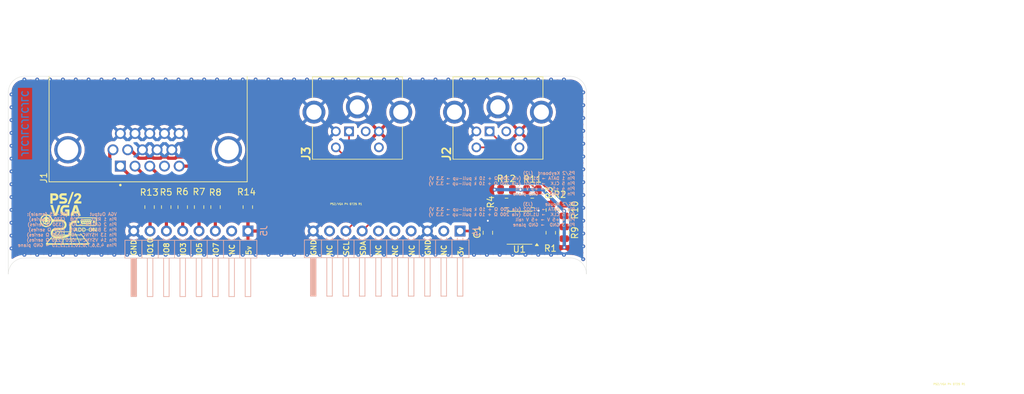
<source format=kicad_pcb>
(kicad_pcb (version 20241229) (generator "pcbnew") (generator_version "9.0")
  (layers (0 "F.Cu" signal) (2 "B.Cu" signal) (13 "F.Paste" user) (15 "B.Paste" user) (5 "F.SilkS" user "F.Silkscreen") (7 "B.SilkS" user "B.Silkscreen") (1 "F.Mask" user) (3 "B.Mask" user) (25 "Edge.Cuts" user))
  (net 0 "")
  (net 1 "+3.3V")
  (net 2 "GND")
  (net 3 "+5V")
  (net 4 "I2C2.SCL")
  (net 5 "I2C2.SDA")
  (net 10 "Net-(J1-Pad5)")
  (net 11 "Net-(J1-Pad1)")
  (net 12 "Net-(J3-Pad1)")
  (net 13 "Net-(J3-Pad5)")
  (net 14 "GREEN")
  (net 15 "BLUE")
  (net 16 "HSYNC")
  (net 17 "RED")
  (net 18 "VSYNC")
  (net 19 "Net-(U1-IO0)")
  (net 20 "Net-(U1-IO1)")
  (net 21 "Net-(U1-IO2)")
  (net 22 "Net-(U1-IO3)")
  (net 24 "Net-(J1-Pad2)")
  (net 25 "Net-(J1-Pad7)")
  (net 26 "Net-(J1-Pad3)")
  (net 27 "Net-(J1-Pad6)")
  (net 29 "Net-(J2-Pad5)")
  (net 30 "Net-(J2-Pad1)")
  (footprint "Resistor_SMD:R_0805_2012Metric" (layer "F.Cu") (at 124.45 151.2675 90)
    (property "Reference" "R1" (at -2.4375 -0.06 180) (layer "F.SilkS"))
    (property "Value" "200R")
    (pad "1" smd roundrect (at -0.9125 0 90) (size 1.025 1.4) (layers "F.Cu" "F.Mask" "F.Paste") (roundrect_rratio 0.243902) (net 19 "Net-(U1-IO0)"))
    (pad "2" smd roundrect (at 0.9125 0 90) (size 1.025 1.4) (layers "F.Cu" "F.Mask" "F.Paste") (roundrect_rratio 0.243902) (net 30 "Net-(J2-Pad1)"))
  )
  (footprint "Resistor_SMD:R_0805_2012Metric" (layer "F.Cu") (at 124.46 147.725 90)
    (property "Reference" "R2" (at 2.415 1.42 180) (layer "F.SilkS"))
    (property "Value" "200R")
    (pad "1" smd roundrect (at -0.9125 0 90) (size 1.025 1.4) (layers "F.Cu" "F.Mask" "F.Paste") (roundrect_rratio 0.243902) (net 20 "Net-(U1-IO1)"))
    (pad "2" smd roundrect (at 0.9125 0 90) (size 1.025 1.4) (layers "F.Cu" "F.Mask" "F.Paste") (roundrect_rratio 0.243902) (net 29 "Net-(J2-Pad5)"))
  )
  (footprint "Resistor_SMD:R_0805_2012Metric" (layer "F.Cu") (at 117.5575 144.56 180)
    (property "Reference" "R12" (at 0.0275 1.72 0) (layer "F.SilkS"))
    (property "Value" "10K")
    (pad "1" smd roundrect (at -0.9125 0 180) (size 1.025 1.4) (layers "F.Cu" "F.Mask" "F.Paste") (roundrect_rratio 0.243902) (net 13 "Net-(J3-Pad5)"))
    (pad "2" smd roundrect (at 0.9125 0 180) (size 1.025 1.4) (layers "F.Cu" "F.Mask" "F.Paste") (roundrect_rratio 0.243902) (net 3 "+5V"))
  )
  (footprint "JDJ_LOGO_LIB:JDJ_SMALL_2023_LOGO" (layer "F.Cu") (at 183.02559 175.7287)
    (property "Reference" "REF**" (hide yes))
    (property "Value" "JDJ_SMALL_2023_LOGO")
  )
  (footprint "Resistor_SMD:R_0805_2012Metric" (layer "F.Cu") (at 64.58 147.2675 90)
    (property "Reference" "R5" (at 2.3175 -0.02 180) (layer "F.SilkS"))
    (property "Value" "330R")
    (pad "1" smd roundrect (at -0.9125 0 90) (size 1.025 1.4) (layers "F.Cu" "F.Mask" "F.Paste") (roundrect_rratio 0.243902) (net 17 "RED"))
    (pad "2" smd roundrect (at 0.9125 0 90) (size 1.025 1.4) (layers "F.Cu" "F.Mask" "F.Paste") (roundrect_rratio 0.243902) (net 11 "Net-(J1-Pad1)"))
  )
  (footprint "AMPHENOL_L77HDE15SD1CH4FVGA:AMPHENOL_L77HDE15SD1CH4FVGA" (layer "F.Cu") (at 61.77 138.34 180)
    (property "Reference" "J1" (at 16.25 -4.37 90) (layer "F.SilkS"))
    (property "Value" "L77HDE15SD1CH4FVGA")
    (pad "1" thru_hole rect (at 4.33 -2.54 180) (size 1.695 1.695) (drill 1.13) (layers "*.Cu" "*.Mask") (net 11 "Net-(J1-Pad1)"))
    (pad "2" thru_hole circle (at 2.04 -2.54 180) (size 1.695 1.695) (drill 1.13) (layers "*.Cu" "*.Mask") (net 24 "Net-(J1-Pad2)"))
    (pad "3" thru_hole circle (at -0.25 -2.54 180) (size 1.695 1.695) (drill 1.13) (layers "*.Cu" "*.Mask") (net 26 "Net-(J1-Pad3)"))
    (pad "4" thru_hole circle (at -2.54 -2.54 180) (size 1.695 1.695) (drill 1.13) (layers "*.Cu" "*.Mask"))
    (pad "5" thru_hole circle (at -4.83 -2.54 180) (size 1.695 1.695) (drill 1.13) (layers "*.Cu" "*.Mask") (net 10 "Net-(J1-Pad5)"))
    (pad "6" thru_hole circle (at 5.475 0 180) (size 1.695 1.695) (drill 1.13) (layers "*.Cu" "*.Mask") (net 27 "Net-(J1-Pad6)"))
    (pad "7" thru_hole circle (at 3.185 0 180) (size 1.695 1.695) (drill 1.13) (layers "*.Cu" "*.Mask") (net 25 "Net-(J1-Pad7)"))
    (pad "8" thru_hole circle (at 0.895 0 180) (size 1.695 1.695) (drill 1.13) (layers "*.Cu" "*.Mask") (net 2 "GND"))
    (pad "9" thru_hole circle (at -1.395 0 180) (size 1.695 1.695) (drill 1.13) (layers "*.Cu" "*.Mask") (net 2 "GND"))
    (pad "10" thru_hole circle (at -3.685 0 180) (size 1.695 1.695) (drill 1.13) (layers "*.Cu" "*.Mask") (net 2 "GND"))
    (pad "11" thru_hole circle (at 4.33 2.54 180) (size 1.695 1.695) (drill 1.13) (layers "*.Cu" "*.Mask") (net 2 "GND"))
    (pad "12" thru_hole circle (at 2.04 2.54 180) (size 1.695 1.695) (drill 1.13) (layers "*.Cu" "*.Mask") (net 2 "GND"))
    (pad "13" thru_hole circle (at -0.25 2.54 180) (size 1.695 1.695) (drill 1.13) (layers "*.Cu" "*.Mask") (net 2 "GND"))
    (pad "14" thru_hole circle (at -2.54 2.54 180) (size 1.695 1.695) (drill 1.13) (layers "*.Cu" "*.Mask") (net 2 "GND"))
    (pad "15" thru_hole circle (at -4.83 2.54 180) (size 1.695 1.695) (drill 1.13) (layers "*.Cu" "*.Mask") (net 2 "GND"))
    (pad "SH1" thru_hole circle (at -12.495 0 180) (size 4.246 4.246) (drill 3.23) (layers "*.Cu" "*.Mask") (net 2 "GND"))
    (pad "SH2" thru_hole circle (at 12.495 0 180) (size 4.246 4.246) (drill 3.23) (layers "*.Cu" "*.Mask") (net 2 "GND"))
  )
  (footprint "Resistor_SMD:R_0805_2012Metric" (layer "F.Cu") (at 61.99 147.2675 -90)
    (property "Reference" "R13" (at -2.2975 0.05 0) (layer "F.SilkS"))
    (property "Value" "220R")
    (pad "1" smd roundrect (at -0.9125 0 270) (size 1.025 1.4) (layers "F.Cu" "F.Mask" "F.Paste") (roundrect_rratio 0.243902) (net 27 "Net-(J1-Pad6)"))
    (pad "2" smd roundrect (at 0.9125 0 270) (size 1.025 1.4) (layers "F.Cu" "F.Mask" "F.Paste") (roundrect_rratio 0.243902) (net 18 "VSYNC"))
  )
  (footprint "Resistor_SMD:R_0805_2012Metric" (layer "F.Cu") (at 126.54 147.7325 -90)
    (property "Reference" "R10" (at 0 -1.65 90) (layer "F.SilkS"))
    (property "Value" "10K")
    (pad "1" smd roundrect (at -0.9125 0 270) (size 1.025 1.4) (layers "F.Cu" "F.Mask" "F.Paste") (roundrect_rratio 0.243902) (net 29 "Net-(J2-Pad5)"))
    (pad "2" smd roundrect (at 0.9125 0 270) (size 1.025 1.4) (layers "F.Cu" "F.Mask" "F.Paste") (roundrect_rratio 0.243902) (net 3 "+5V"))
  )
  (footprint "Resistor_SMD:R_0805_2012Metric" (layer "F.Cu") (at 121.5975 144.57 180)
    (property "Reference" "R11" (at -0.0025 1.64 0) (layer "F.SilkS"))
    (property "Value" "10K")
    (pad "1" smd roundrect (at -0.9125 0 180) (size 1.025 1.4) (layers "F.Cu" "F.Mask" "F.Paste") (roundrect_rratio 0.243902) (net 12 "Net-(J3-Pad1)"))
    (pad "2" smd roundrect (at 0.9125 0 180) (size 1.025 1.4) (layers "F.Cu" "F.Mask" "F.Paste") (roundrect_rratio 0.243902) (net 3 "+5V"))
  )
  (footprint "Resistor_SMD:R_0805_2012Metric" (layer "F.Cu") (at 69.7 147.2675 90)
    (property "Reference" "R7" (at 2.3775 -0.02 0) (layer "F.SilkS"))
    (property "Value" "330R")
    (pad "1" smd roundrect (at -0.9125 0 90) (size 1.025 1.4) (layers "F.Cu" "F.Mask" "F.Paste") (roundrect_rratio 0.243902) (net 15 "BLUE"))
    (pad "2" smd roundrect (at 0.9125 0 90) (size 1.025 1.4) (layers "F.Cu" "F.Mask" "F.Paste") (roundrect_rratio 0.243902) (net 26 "Net-(J1-Pad3)"))
  )
  (footprint "JDJ_LOGO_LIB:JDJELECTRONICS_ICON" (layer "F.Cu") (at 191.38 174.68)
    (property "Reference" "REF**" (hide yes))
    (property "Value" "JDJELECTRONICS_ICON")
  )
  (footprint "Resistor_SMD:R_0805_2012Metric" (layer "F.Cu") (at 67.15 147.2675 90)
    (property "Reference" "R6" (at 2.3975 -0.07 180) (layer "F.SilkS"))
    (property "Value" "330R")
    (pad "1" smd roundrect (at -0.9125 0 90) (size 1.025 1.4) (layers "F.Cu" "F.Mask" "F.Paste") (roundrect_rratio 0.243902) (net 14 "GREEN"))
    (pad "2" smd roundrect (at 0.9125 0 90) (size 1.025 1.4) (layers "F.Cu" "F.Mask" "F.Paste") (roundrect_rratio 0.243902) (net 24 "Net-(J1-Pad2)"))
  )
  (footprint "JDJ_LOGO_LIB:JDJELECTRONICS_2023_INVERTED_LOGO" (layer "F.Cu") (at 89.43225 147.38505)
    (property "Reference" "REF**" (hide yes))
    (property "Value" "JDJELECTRONICS_2023_INVERTED_LOGO")
  )
  (footprint "Resistor_SMD:R_0805_2012Metric" (layer "F.Cu") (at 77.29 147.2675 -90)
    (property "Reference" "R14" (at -2.3475 0.21 180) (layer "F.SilkS"))
    (property "Value" "0R")
    (pad "1" smd roundrect (at -0.9125 0 270) (size 1.025 1.4) (layers "F.Cu" "F.Mask" "F.Paste") (roundrect_rratio 0.243902) (net 25 "Net-(J1-Pad7)"))
    (pad "2" smd roundrect (at 0.9125 0 270) (size 1.025 1.4) (layers "F.Cu" "F.Mask" "F.Paste") (roundrect_rratio 0.243902) (net 3 "+5V"))
  )
  (footprint "Resistor_SMD:R_0805_2012Metric" (layer "F.Cu") (at 72.26 147.2675 -90)
    (property "Reference" "R8" (at -2.2875 0.04 0) (layer "F.SilkS"))
    (property "Value" "220R")
    (pad "1" smd roundrect (at -0.9125 0 270) (size 1.025 1.4) (layers "F.Cu" "F.Mask" "F.Paste") (roundrect_rratio 0.243902) (net 10 "Net-(J1-Pad5)"))
    (pad "2" smd roundrect (at 0.9125 0 270) (size 1.025 1.4) (layers "F.Cu" "F.Mask" "F.Paste") (roundrect_rratio 0.243902) (net 16 "HSYNC"))
  )
  (footprint "Resistor_SMD:R_0805_2012Metric" (layer "F.Cu") (at 117.5575 146.61)
    (property "Reference" "R4" (at -2.4575 -0.14 90) (layer "F.SilkS"))
    (property "Value" "200R")
    (pad "1" smd roundrect (at -0.9125 0) (size 1.025 1.4) (layers "F.Cu" "F.Mask" "F.Paste") (roundrect_rratio 0.243902) (net 22 "Net-(U1-IO3)"))
    (pad "2" smd roundrect (at 0.9125 0) (size 1.025 1.4) (layers "F.Cu" "F.Mask" "F.Paste") (roundrect_rratio 0.243902) (net 13 "Net-(J3-Pad5)"))
  )
  (footprint "PS2 Logo:PS2 Logo" (layer "F.Cu") (at 49.262397 149.171634)
    (property "Reference" "G***" (hide yes))
    (property "Value" "LOGO" (hide yes))
  )
  (footprint "Resistor_SMD:R_0805_2012Metric" (layer "F.Cu") (at 126.55 151.2775 -90)
    (property "Reference" "R9" (at 0 -1.65 90) (layer "F.SilkS"))
    (property "Value" "10K")
    (pad "1" smd roundrect (at -0.9125 0 270) (size 1.025 1.4) (layers "F.Cu" "F.Mask" "F.Paste") (roundrect_rratio 0.243902) (net 30 "Net-(J2-Pad1)"))
    (pad "2" smd roundrect (at 0.9125 0 270) (size 1.025 1.4) (layers "F.Cu" "F.Mask" "F.Paste") (roundrect_rratio 0.243902) (net 3 "+5V"))
  )
  (footprint "Capacitor_SMD:C_0805_2012Metric" (layer "F.Cu") (at 114.66 151.27 -90)
    (property "Reference" "C1" (at -0.07 1.67 90) (layer "F.SilkS"))
    (property "Value" "100nF")
    (pad "1" smd roundrect (at -0.95 0 270) (size 1 1.45) (layers "F.Cu" "F.Mask" "F.Paste") (net 2 "GND"))
    (pad "2" smd roundrect (at 0.95 0 270) (size 1 1.45) (layers "F.Cu" "F.Mask" "F.Paste") (net 1 "+3.3V"))
  )
  (footprint "Package_SO:SOIC-8_3.9x4.9mm_P1.27mm" (layer "F.Cu") (at 119.58 150.495 180)
    (property "Reference" "U1" (at 0.02 -3.355 0) (layer "F.SilkS"))
    (property "Value" "PCA9536D")
    (pad "1" smd roundrect (at -2.475 -1.905 180) (size 1.95 0.6) (layers "F.Cu" "F.Mask" "F.Paste") (net 19 "Net-(U1-IO0)"))
    (pad "2" smd roundrect (at -2.475 -0.635 180) (size 1.95 0.6) (layers "F.Cu" "F.Mask" "F.Paste") (net 20 "Net-(U1-IO1)"))
    (pad "3" smd roundrect (at -2.475 0.635 180) (size 1.95 0.6) (layers "F.Cu" "F.Mask" "F.Paste") (net 21 "Net-(U1-IO2)"))
    (pad "4" smd roundrect (at -2.475 1.905 180) (size 1.95 0.6) (layers "F.Cu" "F.Mask" "F.Paste") (net 2 "GND"))
    (pad "5" smd roundrect (at 2.475 1.905 180) (size 1.95 0.6) (layers "F.Cu" "F.Mask" "F.Paste") (net 22 "Net-(U1-IO3)"))
    (pad "6" smd roundrect (at 2.475 0.635 180) (size 1.95 0.6) (layers "F.Cu" "F.Mask" "F.Paste") (net 4 "I2C2.SCL"))
    (pad "7" smd roundrect (at 2.475 -0.635 180) (size 1.95 0.6) (layers "F.Cu" "F.Mask" "F.Paste") (net 5 "I2C2.SDA"))
    (pad "8" smd roundrect (at 2.475 -1.905 180) (size 1.95 0.6) (layers "F.Cu" "F.Mask" "F.Paste") (net 1 "+3.3V"))
  )
  (footprint "57492661:57492661" (layer "F.Cu") (at 114.92 135.47 180)
    (property "Reference" "J2" (at 6.69 -3.5 270) (layer "F.SilkS") (effects (font (size 1.27 1.27) (thickness 0.254))))
    (property "Value" "5749266-1" (hide yes))
    (pad "1" thru_hole rect (at 0 0 180) (size 1.509 1.509) (drill 0.97) (layers "*.Cu" "*.Mask") (net 30 "Net-(J2-Pad1)"))
    (pad "2" thru_hole circle (at -2.6 0 180) (size 1.509 1.509) (drill 0.97) (layers "*.Cu" "*.Mask"))
    (pad "3" thru_hole circle (at 2.05 0 180) (size 1.509 1.509) (drill 0.97) (layers "*.Cu" "*.Mask") (net 2 "GND"))
    (pad "4" thru_hole circle (at -4.65 0 180) (size 1.509 1.509) (drill 0.97) (layers "*.Cu" "*.Mask") (net 3 "+5V"))
    (pad "5" thru_hole circle (at 2.05 -2.49 180) (size 1.509 1.509) (drill 0.97) (layers "*.Cu" "*.Mask") (net 29 "Net-(J2-Pad5)"))
    (pad "6" thru_hole circle (at -4.65 -2.49 180) (size 1.509 1.509) (drill 0.97) (layers "*.Cu" "*.Mask"))
    (pad "MH1" thru_hole circle (at -1.3 3.81 180) (size 3.555 3.555) (drill 2.37) (layers "*.Cu" "*.Mask") (net 2 "GND"))
    (pad "MH2" thru_hole circle (at -8.06 3 180) (size 3.555 3.555) (drill 2.37) (layers "*.Cu" "*.Mask") (net 2 "GND"))
    (pad "MH3" thru_hole circle (at 5.46 3 180) (size 3.555 3.555) (drill 2.37) (layers "*.Cu" "*.Mask") (net 2 "GND"))
  )
  (footprint "57492661:57492661" (layer "F.Cu") (at 93.04 135.47 180)
    (property "Reference" "J3" (at 6.68 -3.48 90) (layer "F.SilkS") (effects (font (size 1.27 1.27) (thickness 0.254))))
    (property "Value" "5749266-1" (hide yes))
    (pad "1" thru_hole rect (at 0 0 180) (size 1.509 1.509) (drill 0.97) (layers "*.Cu" "*.Mask") (net 12 "Net-(J3-Pad1)"))
    (pad "2" thru_hole circle (at -2.6 0 180) (size 1.509 1.509) (drill 0.97) (layers "*.Cu" "*.Mask"))
    (pad "3" thru_hole circle (at 2.05 0 180) (size 1.509 1.509) (drill 0.97) (layers "*.Cu" "*.Mask") (net 2 "GND"))
    (pad "4" thru_hole circle (at -4.65 0 180) (size 1.509 1.509) (drill 0.97) (layers "*.Cu" "*.Mask") (net 3 "+5V"))
    (pad "5" thru_hole circle (at 2.05 -2.49 180) (size 1.509 1.509) (drill 0.97) (layers "*.Cu" "*.Mask") (net 13 "Net-(J3-Pad5)"))
    (pad "6" thru_hole circle (at -4.65 -2.49 180) (size 1.509 1.509) (drill 0.97) (layers "*.Cu" "*.Mask"))
    (pad "MH1" thru_hole circle (at -1.3 3.81 180) (size 3.555 3.555) (drill 2.37) (layers "*.Cu" "*.Mask") (net 2 "GND"))
    (pad "MH2" thru_hole circle (at -8.06 3 180) (size 3.555 3.555) (drill 2.37) (layers "*.Cu" "*.Mask") (net 2 "GND"))
    (pad "MH3" thru_hole circle (at 5.46 3 180) (size 3.555 3.555) (drill 2.37) (layers "*.Cu" "*.Mask") (net 2 "GND"))
  )
  (footprint "Connector_PinHeader_2.54mm:PinHeader_1x10_P2.54mm_Horizontal" (layer "F.Cu") (at 98.9 155.21 -90)
    (property "Reference" "J4" (at -4.18 -13.92 90) (layer "B.SilkS") (effects (justify mirror)))
    (property "Value" "Conn_01x10_Pin")
    (pad "1" thru_hole rect (at -4.21 -11.43 270) (size 1.7 1.7) (drill 1) (layers "*.Cu" "*.Mask") (net 1 "+3.3V"))
    (pad "2" thru_hole circle (at -4.21 -8.89 270) (size 1.7 1.7) (drill 1) (layers "*.Cu" "*.Mask"))
    (pad "3" thru_hole circle (at -4.21 -6.35 270) (size 1.7 1.7) (drill 1) (layers "*.Cu" "*.Mask") (net 2 "GND"))
    (pad "4" thru_hole circle (at -4.21 -3.81 270) (size 1.7 1.7) (drill 1) (layers "*.Cu" "*.Mask"))
    (pad "5" thru_hole circle (at -4.21 -1.27 270) (size 1.7 1.7) (drill 1) (layers "*.Cu" "*.Mask"))
    (pad "6" thru_hole circle (at -4.21 1.27 270) (size 1.7 1.7) (drill 1) (layers "*.Cu" "*.Mask"))
    (pad "7" thru_hole circle (at -4.21 3.81 270) (size 1.7 1.7) (drill 1) (layers "*.Cu" "*.Mask") (net 5 "I2C2.SDA"))
    (pad "8" thru_hole circle (at -4.21 6.35 270) (size 1.7 1.7) (drill 1) (layers "*.Cu" "*.Mask") (net 4 "I2C2.SCL"))
    (pad "9" thru_hole circle (at -4.21 8.89 270) (size 1.7 1.7) (drill 1) (layers "*.Cu" "*.Mask"))
    (pad "10" thru_hole circle (at -4.21 11.43 270) (size 1.7 1.7) (drill 1) (layers "*.Cu" "*.Mask") (net 2 "GND"))
  )
  (footprint "Connector_PinHeader_2.54mm:PinHeader_1x08_P2.54mm_Horizontal" (layer "F.Cu") (at 68.42 155.21 -90)
    (property "Reference" "J5" (at -4.24 -11.38 90) (layer "B.SilkS") (effects (justify mirror)))
    (property "Value" "Conn_01x08_Pin")
    (pad "1" thru_hole rect (at -4.21 -8.89 270) (size 1.7 1.7) (drill 1) (layers "*.Cu" "*.Mask") (net 3 "+5V"))
    (pad "2" thru_hole circle (at -4.21 -6.35 270) (size 1.7 1.7) (drill 1) (layers "*.Cu" "*.Mask"))
    (pad "3" thru_hole circle (at -4.21 -3.81 270) (size 1.7 1.7) (drill 1) (layers "*.Cu" "*.Mask") (net 16 "HSYNC"))
    (pad "4" thru_hole circle (at -4.21 -1.27 270) (size 1.7 1.7) (drill 1) (layers "*.Cu" "*.Mask") (net 15 "BLUE"))
    (pad "5" thru_hole circle (at -4.21 1.27 270) (size 1.7 1.7) (drill 1) (layers "*.Cu" "*.Mask") (net 14 "GREEN"))
    (pad "6" thru_hole circle (at -4.21 3.81 270) (size 1.7 1.7) (drill 1) (layers "*.Cu" "*.Mask") (net 17 "RED"))
    (pad "7" thru_hole circle (at -4.21 6.35 270) (size 1.7 1.7) (drill 1) (layers "*.Cu" "*.Mask") (net 18 "VSYNC"))
    (pad "8" thru_hole circle (at -4.21 8.89 270) (size 1.7 1.7) (drill 1) (layers "*.Cu" "*.Mask") (net 2 "GND"))
  )
  (footprint "Resistor_SMD:R_0805_2012Metric" (layer "F.Cu") (at 121.57 146.61)
    (property "Reference" "R3" (at 2.62 -1.58 90) (layer "F.SilkS"))
    (property "Value" "200R")
    (pad "1" smd roundrect (at -0.9125 0) (size 1.025 1.4) (layers "F.Cu" "F.Mask" "F.Paste") (roundrect_rratio 0.243902) (net 21 "Net-(U1-IO2)"))
    (pad "2" smd roundrect (at 0.9125 0) (size 1.025 1.4) (layers "F.Cu" "F.Mask" "F.Paste") (roundrect_rratio 0.243902) (net 12 "Net-(J3-Pad1)"))
  )
  (gr_arc (start 127.5 155.21) (mid 129.267767 155.942233) (end 130 157.71) (stroke (width 0.05)) (layer "Edge.Cuts"))
  (gr_arc (start 127.502233 126.89) (mid 129.268421 127.621579) (end 130 129.387767) (stroke (width 0.05)) (layer "Edge.Cuts"))
  (gr_line (start 42.5 155.21) (end 127.5 155.21) (stroke (width 0.05)) (layer "Edge.Cuts"))
  (gr_line (start 130 129.38777) (end 130 157.71) (stroke (width 0.05)) (layer "Edge.Cuts"))
  (gr_line (start 42.499991 126.89) (end 127.502233 126.89) (stroke (width 0.05)) (layer "Edge.Cuts"))
  (gr_line (start 40 157.71) (end 40 129.387766) (stroke (width 0.05)) (layer "Edge.Cuts"))
  (gr_arc (start 40 129.387766) (mid 40.732365 127.620792) (end 42.499991 126.89) (stroke (width 0.05)) (layer "Edge.Cuts"))
  (gr_arc (start 40 157.71) (mid 40.732233 155.942233) (end 42.5 155.21) (stroke (width 0.05)) (layer "Edge.Cuts"))
  (gr_text "JLCJLCJLCJLC" (at 41.97 139.51 270) (layer "B.Cu") (effects (font (size 1 1) (thickness 0.2) (bold yes)) (justify left bottom mirror)))
  (gr_text "3v" (at 110.9 154.91 90) (layer "F.SilkS") (effects (font (size 0.8 0.8) (thickness 0.16) (bold yes)) (justify left bottom)))
  (gr_text "NC" (at 98.1 154.91 90) (layer "F.SilkS") (effects (font (size 0.8 0.8) (thickness 0.16) (bold yes)) (justify left bottom)))
  (gr_text "GND" (at 105.8 154.91 90) (layer "F.SilkS") (effects (font (size 0.8 0.8) (thickness 0.16) (bold yes)) (justify left bottom)))
  (gr_text "IO10" (at 62.58 154.94 90) (layer "F.SilkS") (effects (font (size 0.8 0.8) (thickness 0.16) (bold yes)) (justify left bottom)))
  (gr_text "5v" (at 77.9 154.81 90) (layer "F.SilkS") (effects (font (size 0.8 0.8) (thickness 0.16) (bold yes)) (justify left bottom)))
  (gr_text "IO7" (at 72.8 154.91 90) (layer "F.SilkS") (effects (font (size 0.8 0.8) (thickness 0.16) (bold yes)) (justify left bottom)))
  (gr_text "NC" (at 108.3 154.91 90) (layer "F.SilkS") (effects (font (size 0.8 0.8) (thickness 0.16) (bold yes)) (justify left bottom)))
  (gr_text "PS2/VGA P4 0725 R1" (at 183.95 175.04 0) (layer "F.SilkS") (effects (font (size 0.3 0.3) (thickness 0.06) (bold yes)) (justify left bottom)))
  (gr_text "SCL\n" (at 93.1 154.91 90) (layer "F.SilkS") (effects (font (size 0.8 0.8) (thickness 0.16) (bold yes)) (justify left bottom)))
  (gr_text "SDA" (at 95.7 154.91 90) (layer "F.SilkS") (effects (font (size 0.8 0.8) (thickness 0.16) (bold yes)) (justify left bottom)))
  (gr_text "NC" (at 75.3 154.81 90) (layer "F.SilkS") (effects (font (size 0.8 0.8) (thickness 0.16) (bold yes)) (justify left bottom)))
  (gr_text "PS2/VGA P4 0725 R1" (at 90.05 146.96 0) (layer "F.SilkS") (effects (font (size 0.3 0.3) (thickness 0.06) (bold yes)) (justify left bottom)))
  (gr_text "NC" (at 90.5 154.91 90) (layer "F.SilkS") (effects (font (size 0.8 0.8) (thickness 0.16) (bold yes)) (justify left bottom)))
  (gr_text "GND" (at 88 154.91 90) (layer "F.SilkS") (effects (font (size 0.8 0.8) (thickness 0.16) (bold yes)) (justify left bottom)))
  (gr_text "NC" (at 100.7 154.91 90) (layer "F.SilkS") (effects (font (size 0.8 0.8) (thickness 0.16) (bold yes)) (justify left bottom)))
  (gr_text "IO5" (at 70.2 154.91 90) (layer "F.SilkS") (effects (font (size 0.8 0.8) (thickness 0.16) (bold yes)) (justify left bottom)))
  (gr_text "IO8" (at 65.1 154.91 90) (layer "F.SilkS") (effects (font (size 0.8 0.8) (thickness 0.16) (bold yes)) (justify left bottom)))
  (gr_text "IO3" (at 67.7 154.91 90) (layer "F.SilkS") (effects (font (size 0.8 0.8) (thickness 0.16) (bold yes)) (justify left bottom)))
  (gr_text "NC" (at 103.3 154.91 90) (layer "F.SilkS") (effects (font (size 0.8 0.8) (thickness 0.16) (bold yes)) (justify left bottom)))
  (gr_text "GND" (at 60 154.91 90) (layer "F.SilkS") (effects (font (size 0.8 0.8) (thickness 0.16) (bold yes)) (justify left bottom)))
  (gr_text "  VGA Output    (J1) (DE-15 female):  \n  Pin 1 RED   → IO8  (330 Ω series)  \n  Pin 2 GREEN → IO3  (330 Ω series)  \n  Pin 3 BLUE  → IO5  (330 Ω series)  \n  Pin 13 HSYNC→ IO7  (220 Ω series)  \n  Pin 14 VSYNC→ IO10 (220 Ω series)  \n  Pins 4,5,6,7,8,10,11,12,15 → GND plane  " (at 57.71 153.5 0) (layer "B.SilkS") (effects (font (size 0.5 0.5) (thickness 0.1) (bold yes)) (justify left bottom mirror)))
  (gr_text "  PS/2 Keyboard  (J2) \n  Pin 1 DATA → U1.IO0 (via 200 Ω + 10 k pull-up → 3.3 V)  \n  Pin 5 CLK  → U1.IO1 (via 200 Ω + 10 k pull-up → 3.3 V)  \n  Pin 4 +5 V → +5 V rail  \n  Pin 3 GND  → GND plane  \n\n  PS/2 Mouse     (J3)  \n  Pin 1 DATA → U1.IO2 (via 200 Ω + 10 k pull-up → 3.3 V)  \n  Pin 5 CLK  → U1.IO3 (via 200 Ω + 10 k pull-up → 3.3 V)  \n  Pin 4 +5 V → +5 V rail  \n  Pin 3 GND  → GND plane  \n\n\n\n" (at 129.05 152.74 0) (layer "B.SilkS") (effects (font (size 0.5 0.5) (thickness 0.1) (bold yes)) (justify left bottom mirror)))
  (segment (start 114.84 152.4) (end 114.66 152.22) (width 0.4) (layer "F.Cu") (net 1))
  (segment (start 113.11 152.22) (end 111.89 151) (width 0.4) (layer "F.Cu") (net 1))
  (segment (start 111.89 151) (end 110.33 151) (width 0.4) (layer "F.Cu") (net 1))
  (segment (start 114.66 152.22) (end 113.11 152.22) (width 0.4) (layer "F.Cu") (net 1))
  (segment (start 117.105 152.4) (end 114.84 152.4) (width 0.4) (layer "F.Cu") (net 1))
  (segment (start 114.65 150.31) (end 114.66 150.32) (width 0.5) (layer "F.Cu") (net 2))
  (segment (start 114.65 149.4) (end 114.65 150.31) (width 0.5) (layer "F.Cu") (net 2))
  (segment (start 122.055 148.59) (end 122.055 148.335) (width 0.2) (layer "F.Cu") (net 2))
  (segment (start 122.055 148.335) (end 122.56 147.83) (width 0.2) (layer "F.Cu") (net 2))
  (via (at 88.5 154.71) (size 0.6) (drill 0.2) (layers "F.Cu" "B.Cu") (net 2))
  (via (at 40.5 129.71) (size 0.6) (drill 0.2) (layers "F.Cu" "B.Cu") (net 2))
  (via (at 76.5 154.71) (size 0.6) (drill 0.2) (layers "F.Cu" "B.Cu") (net 2))
  (via (at 129.5 145.38777) (size 0.6) (drill 0.2) (layers "F.Cu" "B.Cu") (net 2))
  (via (at 112.499991 127.39) (size 0.6) (drill 0.2) (layers "F.Cu" "B.Cu") (net 2))
  (via (at 80.5 154.71) (size 0.6) (drill 0.2) (layers "F.Cu" "B.Cu") (net 2))
  (via (at 42.5 154.71) (size 0.6) (drill 0.2) (layers "F.Cu" "B.Cu") (net 2))
  (via (at 62.499991 127.39) (size 0.6) (drill 0.2) (layers "F.Cu" "B.Cu") (net 2))
  (via (at 96.5 154.71) (size 0.6) (drill 0.2) (layers "F.Cu" "B.Cu") (net 2))
  (via (at 104.499991 127.39) (size 0.6) (drill 0.2) (layers "F.Cu" "B.Cu") (net 2))
  (via (at 120.499991 127.39) (size 0.6) (drill 0.2) (layers "F.Cu" "B.Cu") (net 2))
  (via (at 129.5 135.38777) (size 0.6) (drill 0.2) (layers "F.Cu" "B.Cu") (net 2))
  (via (at 82.5 154.71) (size 0.6) (drill 0.2) (layers "F.Cu" "B.Cu") (net 2))
  (via (at 74.499991 127.39) (size 0.6) (drill 0.2) (layers "F.Cu" "B.Cu") (net 2))
  (via (at 54.499991 127.39) (size 0.6) (drill 0.2) (layers "F.Cu" "B.Cu") (net 2))
  (via (at 46.499991 127.39) (size 0.6) (drill 0.2) (layers "F.Cu" "B.Cu") (net 2))
  (via (at 66.499991 127.39) (size 0.6) (drill 0.2) (layers "F.Cu" "B.Cu") (net 2))
  (via (at 48.499991 127.39) (size 0.6) (drill 0.2) (layers "F.Cu" "B.Cu") (net 2))
  (via (at 68.499991 127.39) (size 0.6) (drill 0.2) (layers "F.Cu" "B.Cu") (net 2))
  (via (at 92.5 154.71) (size 0.6) (drill 0.2) (layers "F.Cu" "B.Cu") (net 2))
  (via (at 82.499991 127.39) (size 0.6) (drill 0.2) (layers "F.Cu" "B.Cu") (net 2))
  (via (at 62.5 154.71) (size 0.6) (drill 0.2) (layers "F.Cu" "B.Cu") (net 2))
  (via (at 40.5 153.71) (size 0.6) (drill 0.2) (layers "F.Cu" "B.Cu") (net 2))
  (via (at 40.5 131.71) (size 0.6) (drill 0.2) (layers "F.Cu" "B.Cu") (net 2))
  (via (at 124.5 154.71) (size 0.6) (drill 0.2) (layers "F.Cu" "B.Cu") (net 2))
  (via (at 60.499991 127.39) (size 0.6) (drill 0.2) (layers "F.Cu" "B.Cu") (net 2))
  (via (at 129.5 151.38777) (size 0.6) (drill 0.2) (layers "F.Cu" "B.Cu") (net 2))
  (via (at 118.499991 127.39) (size 0.6) (drill 0.2) (layers "F.Cu" "B.Cu") (net 2))
  (via (at 50.5 154.71) (size 0.6) (drill 0.2) (layers "F.Cu" "B.Cu") (net 2))
  (via (at 58.5 154.71) (size 0.6) (drill 0.2) (layers "F.Cu" "B.Cu") (net 2))
  (via (at 78.5 154.71) (size 0.6) (drill 0.2) (layers "F.Cu" "B.Cu") (net 2))
  (via (at 122.56 147.83) (size 0.6) (drill 0.3) (layers "F.Cu" "B.Cu") (net 2))
  (via (at 52.5 154.71) (size 0.6) (drill 0.2) (layers "F.Cu" "B.Cu") (net 2))
  (via (at 104.5 154.71) (size 0.6) (drill 0.2) (layers "F.Cu" "B.Cu") (net 2))
  (via (at 129.5 139.38777) (size 0.6) (drill 0.2) (layers "F.Cu" "B.Cu") (net 2))
  (via (at 102.5 154.71) (size 0.6) (drill 0.2) (layers "F.Cu" "B.Cu") (net 2))
  (via (at 129.5 129.38777) (size 0.6) (drill 0.2) (layers "F.Cu" "B.Cu") (net 2))
  (via (at 86.5 154.71) (size 0.6) (drill 0.2) (layers "F.Cu" "B.Cu") (net 2))
  (via (at 110.499991 127.39) (size 0.6) (drill 0.2) (layers "F.Cu" "B.Cu") (net 2))
  (via (at 64.499991 127.39) (size 0.6) (drill 0.2) (layers "F.Cu" "B.Cu") (net 2))
  (via (at 118.5 154.71) (size 0.6) (drill 0.2) (layers "F.Cu" "B.Cu") (net 2))
  (via (at 90.499991 127.39) (size 0.6) (drill 0.2) (layers "F.Cu" "B.Cu") (net 2))
  (via (at 44.5 154.71) (size 0.6) (drill 0.2) (layers "F.Cu" "B.Cu") (net 2))
  (via (at 48.5 154.71) (size 0.6) (drill 0.2) (layers "F.Cu" "B.Cu") (net 2))
  (via (at 50.499991 127.39) (size 0.6) (drill 0.2) (layers "F.Cu" "B.Cu") (net 2))
  (via (at 129.5 133.38777) (size 0.6) (drill 0.2) (layers "F.Cu" "B.Cu") (net 2))
  (via (at 129.5 143.38777) (size 0.6) (drill 0.2) (layers "F.Cu" "B.Cu") (net 2))
  (via (at 94.5 154.71) (size 0.6) (drill 0.2) (layers "F.Cu" "B.Cu") (net 2))
  (via (at 84.5 154.71) (size 0.6) (drill 0.2) (layers "F.Cu" "B.Cu") (net 2))
  (via (at 68.5 154.71) (size 0.6) (drill 0.2) (layers "F.Cu" "B.Cu") (net 2))
  (via (at 52.499991 127.39) (size 0.6) (drill 0.2) (layers "F.Cu" "B.Cu") (net 2))
  (via (at 70.5 154.71) (size 0.6) (drill 0.2) (layers "F.Cu" "B.Cu") (net 2))
  (via (at 40.5 147.71) (size 0.6) (drill 0.2) (layers "F.Cu" "B.Cu") (net 2))
  (via (at 114.5 154.71) (size 0.6) (drill 0.2) (layers "F.Cu" "B.Cu") (net 2))
  (via (at 40.5 143.71) (size 0.6) (drill 0.2) (layers "F.Cu" "B.Cu") (net 2))
  (via (at 116.499991 127.39) (size 0.6) (drill 0.2) (layers "F.Cu" "B.Cu") (net 2))
  (via (at 129.5 141.38777) (size 0.6) (drill 0.2) (layers "F.Cu" "B.Cu") (net 2))
  (via (at 114.65 149.4) (size 0.6) (drill 0.3) (layers "F.Cu" "B.Cu") (net 2))
  (via (at 94.499991 127.39) (size 0.6) (drill 0.2) (layers "F.Cu" "B.Cu") (net 2))
  (via (at 42.499991 127.39) (size 0.6) (drill 0.2) (layers "F.Cu" "B.Cu") (net 2))
  (via (at 70.499991 127.39) (size 0.6) (drill 0.2) (layers "F.Cu" "B.Cu") (net 2))
  (via (at 126.499991 127.39) (size 0.6) (drill 0.2) (layers "F.Cu" "B.Cu") (net 2))
  (via (at 108.499991 127.39) (size 0.6) (drill 0.2) (layers "F.Cu" "B.Cu") (net 2))
  (via (at 40.5 149.71) (size 0.6) (drill 0.2) (layers "F.Cu" "B.Cu") (net 2))
  (via (at 40.5 141.71) (size 0.6) (drill 0.2) (layers "F.Cu" "B.Cu") (net 2))
  (via (at 122.5 154.71) (size 0.6) (drill 0.2) (layers "F.Cu" "B.Cu") (net 2))
  (via (at 44.499991 127.39) (size 0.6) (drill 0.2) (layers "F.Cu" "B.Cu") (net 2))
  (via (at 78.499991 127.39) (size 0.6) (drill 0.2) (layers "F.Cu" "B.Cu") (net 2))
  (via (at 56.5 154.71) (size 0.6) (drill 0.2) (layers "F.Cu" "B.Cu") (net 2))
  (via (at 56.499991 127.39) (size 0.6) (drill 0.2) (layers "F.Cu" "B.Cu") (net 2))
  (via (at 100.499991 127.39) (size 0.6) (drill 0.2) (layers "F.Cu" "B.Cu") (net 2))
  (via (at 129.5 155.38777) (size 0.6) (drill 0.2) (layers "F.Cu" "B.Cu") (net 2))
  (via (at 58.499991 127.39) (size 0.6) (drill 0.2) (layers "F.Cu" "B.Cu") (net 2))
  (via (at 40.5 133.71) (size 0.6) (drill 0.2) (layers "F.Cu" "B.Cu") (net 2))
  (via (at 76.499991 127.39) (size 0.6) (drill 0.2) (layers "F.Cu" "B.Cu") (net 2))
  (via (at 64.5 154.71) (size 0.6) (drill 0.2) (layers "F.Cu" "B.Cu") (net 2))
  (via (at 86.499991 127.39) (size 0.6) (drill 0.2) (layers "F.Cu" "B.Cu") (net 2))
  (via (at 84.499991 127.39) (size 0.6) (drill 0.2) (layers "F.Cu" "B.Cu") (net 2))
  (via (at 40.5 137.71) (size 0.6) (drill 0.2) (layers "F.Cu" "B.Cu") (net 2))
  (via (at 40.5 139.71) (size 0.6) (drill 0.2) (layers "F.Cu" "B.Cu") (net 2))
  (via (at 90.5 154.71) (size 0.6) (drill 0.2) (layers "F.Cu" "B.Cu") (net 2))
  (via (at 129.5 137.38777) (size 0.6) (drill 0.2) (layers "F.Cu" "B.Cu") (net 2))
  (via (at 54.5 154.71) (size 0.6) (drill 0.2) (layers "F.Cu" "B.Cu") (net 2))
  (via (at 40.5 151.71) (size 0.6) (drill 0.2) (layers "F.Cu" "B.Cu") (net 2))
  (via (at 40.5 135.71) (size 0.6) (drill 0.2) (layers "F.Cu" "B.Cu") (net 2))
  (via (at 96.499991 127.39) (size 0.6) (drill 0.2) (layers "F.Cu" "B.Cu") (net 2))
  (via (at 106.499991 127.39) (size 0.6) (drill 0.2) (layers "F.Cu" "B.Cu") (net 2))
  (via (at 92.499991 127.39) (size 0.6) (drill 0.2) (layers "F.Cu" "B.Cu") (net 2))
  (via (at 114.499991 127.39) (size 0.6) (drill 0.2) (layers "F.Cu" "B.Cu") (net 2))
  (via (at 74.5 154.71) (size 0.6) (drill 0.2) (layers "F.Cu" "B.Cu") (net 2))
  (via (at 102.499991 127.39) (size 0.6) (drill 0.2) (layers "F.Cu" "B.Cu") (net 2))
  (via (at 66.5 154.71) (size 0.6) (drill 0.2) (layers "F.Cu" "B.Cu") (net 2))
  (via (at 60.5 154.71) (size 0.6) (drill 0.2) (layers "F.Cu" "B.Cu") (net 2))
  (via (at 129.5 149.38777) (size 0.6) (drill 0.2) (layers "F.Cu" "B.Cu") (net 2))
  (via (at 80.499991 127.39) (size 0.6) (drill 0.2) (layers "F.Cu" "B.Cu") (net 2))
  (via (at 72.5 154.71) (size 0.6) (drill 0.2) (layers "F.Cu" "B.Cu") (net 2))
  (via (at 129.5 147.38777) (size 0.6) (drill 0.2) (layers "F.Cu" "B.Cu") (net 2))
  (via (at 72.499991 127.39) (size 0.6) (drill 0.2) (layers "F.Cu" "B.Cu") (net 2))
  (via (at 40.5 145.71) (size 0.6) (drill 0.2) (layers "F.Cu" "B.Cu") (net 2))
  (via (at 100.5 154.71) (size 0.6) (drill 0.2) (layers "F.Cu" "B.Cu") (net 2))
  (via (at 120.5 154.71) (size 0.6) (drill 0.2) (layers "F.Cu" "B.Cu") (net 2))
  (via (at 46.5 154.71) (size 0.6) (drill 0.2) (layers "F.Cu" "B.Cu") (net 2))
  (via (at 98.499991 127.39) (size 0.6) (drill 0.2) (layers "F.Cu" "B.Cu") (net 2))
  (via (at 126.5 154.71) (size 0.6) (drill 0.2) (layers "F.Cu" "B.Cu") (net 2))
  (via (at 129.5 131.38777) (size 0.6) (drill 0.2) (layers "F.Cu" "B.Cu") (net 2))
  (via (at 108.5 154.71) (size 0.6) (drill 0.2) (layers "F.Cu" "B.Cu") (net 2))
  (via (at 116.5 154.71) (size 0.6) (drill 0.2) (layers "F.Cu" "B.Cu") (net 2))
  (via (at 124.499991 127.39) (size 0.6) (drill 0.2) (layers "F.Cu" "B.Cu") (net 2))
  (via (at 88.499991 127.39) (size 0.6) (drill 0.2) (layers "F.Cu" "B.Cu") (net 2))
  (via (at 129.5 153.38777) (size 0.6) (drill 0.2) (layers "F.Cu" "B.Cu") (net 2))
  (via (at 110.5 154.71) (size 0.6) (drill 0.2) (layers "F.Cu" "B.Cu") (net 2))
  (via (at 122.499991 127.39) (size 0.6) (drill 0.2) (layers "F.Cu" "B.Cu") (net 2))
  (via (at 106.5 154.71) (size 0.6) (drill 0.2) (layers "F.Cu" "B.Cu") (net 2))
  (via (at 98.5 154.71) (size 0.6) (drill 0.2) (layers "F.Cu" "B.Cu") (net 2))
  (via (at 112.5 154.71) (size 0.6) (drill 0.2) (layers "F.Cu" "B.Cu") (net 2))
  (segment (start 120.685 144.57) (end 119.75 144.57) (width 0.5) (layer "F.Cu") (net 3))
  (segment (start 119.75 144.57) (end 119.74 144.56) (width 0.5) (layer "F.Cu") (net 3))
  (segment (start 77.31 151) (end 77.31 148.2) (width 0.5) (layer "F.Cu") (net 3))
  (segment (start 126.55 152.19) (end 126.55 153.54) (width 0.5) (layer "F.Cu") (net 3))
  (segment (start 126.54 147.89) (end 126.54 148.645) (width 0.5) (layer "F.Cu") (net 3))
  (segment (start 77.31 148.2) (end 77.29 148.18) (width 0.5) (layer "F.Cu") (net 3))
  (via (at 126.55 153.54) (size 0.6) (drill 0.3) (layers "F.Cu" "B.Cu") (net 3))
  (via (at 126.54 147.89) (size 0.6) (drill 0.3) (layers "F.Cu" "B.Cu") (net 3))
  (via (at 119.74 144.56) (size 0.6) (drill 0.3) (layers "F.Cu" "B.Cu") (net 3))
  (via (at 115.7 144.55) (size 0.6) (drill 0.3) (layers "F.Cu" "B.Cu") (net 3))
  (segment (start 126.55 153.54) (end 126.55 147.9) (width 0.5) (layer "B.Cu") (net 3))
  (segment (start 119.74 144.56) (end 115.71 144.56) (width 0.5) (layer "B.Cu") (net 3))
  (segment (start 126.55 147.9) (end 126.54 147.89) (width 0.5) (layer "B.Cu") (net 3))
  (segment (start 115.71 144.56) (end 115.7 144.55) (width 0.5) (layer "B.Cu") (net 3))
  (segment (start 126.54 147.89) (end 123.21 144.56) (width 0.5) (layer "B.Cu") (net 3))
  (segment (start 123.21 144.56) (end 119.74 144.56) (width 0.5) (layer "B.Cu") (net 3))
  (segment (start 95.39 148.16) (end 92.55 151) (width 0.25) (layer "F.Cu") (net 4))
  (segment (start 116.130001 149.86) (end 114.430001 148.16) (width 0.25) (layer "F.Cu") (net 4))
  (segment (start 117.105 149.86) (end 116.130001 149.86) (width 0.25) (layer "F.Cu") (net 4))
  (segment (start 114.430001 148.16) (end 95.39 148.16) (width 0.25) (layer "F.Cu") (net 4))
  (segment (start 117.005 151.23) (end 117.105 151.13) (width 0.25) (layer "F.Cu") (net 5))
  (segment (start 95.09 151) (end 96.95 149.14) (width 0.25) (layer "F.Cu") (net 5))
  (segment (start 111.6 149.14) (end 113.69 151.23) (width 0.25) (layer "F.Cu") (net 5))
  (segment (start 96.95 149.14) (end 111.6 149.14) (width 0.25) (layer "F.Cu") (net 5))
  (segment (start 113.69 151.23) (end 117.005 151.23) (width 0.25) (layer "F.Cu") (net 5))
  (segment (start 69.566077 141.794096) (end 69.744268 141.615906) (width 0.5) (layer "F.Cu") (net 10))
  (segment (start 71.32819 141.638535) (end 71.22778 141.538125) (width 0.5) (layer "F.Cu") (net 10))
  (segment (start 72.26 146.355) (end 72.26 143.73) (width 0.5) (layer "F.Cu") (net 10))
  (segment (start 70.447134 141.917134) (end 70.246314 142.117951) (width 0.5) (layer "F.Cu") (net 10))
  (segment (start 72.26 143.73) (end 71.15 142.62) (width 0.5) (layer "F.Cu") (net 10))
  (segment (start 69.744267 141.214268) (end 69.64386 141.11386) (width 0.5) (layer "F.Cu") (net 10))
  (segment (start 70.647953 141.716315) (end 70.447134 141.917134) (width 0.5) (layer "F.Cu") (net 10))
  (segment (start 69.64386 141.11386) (end 69.605 141.075) (width 0.5) (layer "F.Cu") (net 10))
  (segment (start 70.826144 141.538125) (end 70.647953 141.716315) (width 0.5) (layer "F.Cu") (net 10))
  (segment (start 69.605 141.075) (end 69.42 140.89) (width 0.5) (layer "F.Cu") (net 10))
  (segment (start 71.15 142.218363) (end 71.32819 142.040172) (width 0.5) (layer "F.Cu") (net 10))
  (segment (start 70.246314 142.117951) (end 70.068123 142.296142) (width 0.5) (layer "F.Cu") (net 10))
  (segment (start 69.42 140.89) (end 66.6 140.89) (width 0.5) (layer "F.Cu") (net 10))
  (segment (start 69.666487 142.296142) (end 69.566077 142.195732) (width 0.5) (layer "F.Cu") (net 10))
  (arc (start 69.744268 141.615906) (mid 69.827449 141.415086) (end 69.744267 141.214268) (width 0.5) (layer "F.Cu") (net 10))
  (arc (start 69.566077 142.195732) (mid 69.482895 141.994914) (end 69.566077 141.794096) (width 0.5) (layer "F.Cu") (net 10))
  (arc (start 71.22778 141.538125) (mid 71.026962 141.454943) (end 70.826144 141.538125) (width 0.5) (layer "F.Cu") (net 10))
  (arc (start 71.32819 142.040172) (mid 71.411372 141.839353) (end 71.32819 141.638535) (width 0.5) (layer "F.Cu") (net 10))
  (arc (start 71.15 142.62) (mid 71.066818 142.419182) (end 71.15 142.218363) (width 0.5) (layer "F.Cu") (net 10))
  (arc (start 70.068123 142.296142) (mid 69.867305 142.379324) (end 69.666487 142.296142) (width 0.5) (layer "F.Cu") (net 10))
  (segment (start 64.58 146.355) (end 64.58 145.31) (width 0.5) (layer "F.Cu") (net 11))
  (segment (start 64.13 144.86) (end 61.41 144.86) (width 0.5) (layer "F.Cu") (net 11))
  (segment (start 60.337154 142.811347) (end 60.238159 142.712352) (width 0.5) (layer "F.Cu") (net 11))
  (segment (start 60.344227 144.190207) (end 60.252302 144.282129) (width 0.5) (layer "F.Cu") (net 11))
  (segment (start 61.41 144.86) (end 60.740207 144.190207) (width 0.5) (layer "F.Cu") (net 11))
  (segment (start 59.255281 142.705281) (end 59.17 142.62) (width 0.5) (layer "F.Cu") (net 11))
  (segment (start 59.849251 143.695231) (end 60.24523 143.299251) (width 0.5) (layer "F.Cu") (net 11))
  (segment (start 64.58 145.31) (end 64.13 144.86) (width 0.5) (layer "F.Cu") (net 11))
  (segment (start 59.354275 142.804275) (end 59.255281 142.705281) (width 0.5) (layer "F.Cu") (net 11))
  (segment (start 59.856322 144.282129) (end 59.757327 144.183134) (width 0.5) (layer "F.Cu") (net 11))
  (segment (start 59.842179 142.712352) (end 59.750255 142.804275) (width 0.5) (layer "F.Cu") (net 11))
  (segment (start 59.17 142.62) (end 57.44 140.89) (width 0.5) (layer "F.Cu") (net 11))
  (segment (start 59.757327 143.787154) (end 59.849251 143.695231) (width 0.5) (layer "F.Cu") (net 11))
  (segment (start 60.24523 143.299251) (end 60.337154 143.207327) (width 0.5) (layer "F.Cu") (net 11))
  (arc (start 59.757327 144.183134) (mid 59.675317 143.985144) (end 59.757327 143.787154) (width 0.5) (layer "F.Cu") (net 11))
  (arc (start 60.337154 143.207327) (mid 60.419164 143.009337) (end 60.337154 142.811347) (width 0.5) (layer "F.Cu") (net 11))
  (arc (start 60.252302 144.282129) (mid 60.054312 144.364139) (end 59.856322 144.282129) (width 0.5) (layer "F.Cu") (net 11))
  (arc (start 60.238159 142.712352) (mid 60.040169 142.630342) (end 59.842179 142.712352) (width 0.5) (layer "F.Cu") (net 11))
  (arc (start 60.740207 144.190207) (mid 60.542217 144.108197) (end 60.344227 144.190207) (width 0.5) (layer "F.Cu") (net 11))
  (arc (start 59.750255 142.804275) (mid 59.552265 142.886285) (end 59.354275 142.804275) (width 0.5) (layer "F.Cu") (net 11))
  (segment (start 122.4825 146.61) (end 122.4825 144.5975) (width 0.25) (layer "F.Cu") (net 12))
  (segment (start 122.219014 144.57) (end 122.51 144.57) (width 0.25) (layer "F.Cu") (net 12))
  (segment (start 93.04 137.87) (end 94.8 139.63) (width 0.25) (layer "F.Cu") (net 12))
  (segment (start 94.8 139.63) (end 116.255 139.63) (width 0.25) (layer "F.Cu") (net 12))
  (segment (start 116.255 139.63) (end 120.172993 143.547993) (width 0.25) (layer "F.Cu") (net 12))
  (segment (start 122.4825 144.5975) (end 122.51 144.57) (width 0.25) (layer "F.Cu") (net 12))
  (segment (start 93.04 135.47) (end 93.04 137.87) (width 0.25) (layer "F.Cu") (net 12))
  (segment (start 121.193014 143.544) (end 122.219014 144.57) (width 0.25) (layer "F.Cu") (net 12))
  (segment (start 120.176986 143.544) (end 121.193014 143.544) (width 0.25) (layer "F.Cu") (net 12))
  (segment (start 120.172993 143.547993) (end 120.176986 143.544) (width 0.25) (layer "F.Cu") (net 12))
  (segment (start 93.46 140.43) (end 90.99 137.96) (width 0.25) (layer "F.Cu") (net 13))
  (segment (start 118.47 144.56) (end 118.47 143.3) (width 0.25) (layer "F.Cu") (net 13))
  (segment (start 118.47 146.61) (end 118.47 144.56) (width 0.25) (layer "F.Cu") (net 13))
  (segment (start 115.6 140.43) (end 93.46 140.43) (width 0.25) (layer "F.Cu") (net 13))
  (segment (start 118.47 143.3) (end 115.6 140.43) (width 0.25) (layer "F.Cu") (net 13))
  (segment (start 67.15 151) (end 67.15 148.18) (width 0.5) (layer "F.Cu") (net 14))
  (segment (start 69.69 151) (end 69.69 148.19) (width 0.5) (layer "F.Cu") (net 15))
  (segment (start 69.69 148.19) (end 69.7 148.18) (width 0.5) (layer "F.Cu") (net 15))
  (segment (start 72.23 151) (end 72.23 148.21) (width 0.5) (layer "F.Cu") (net 16))
  (segment (start 72.23 148.21) (end 72.26 148.18) (width 0.5) (layer "F.Cu") (net 16))
  (segment (start 64.61 151) (end 64.61 148.21) (width 0.5) (layer "F.Cu") (net 17))
  (segment (start 64.61 148.21) (end 64.58 148.18) (width 0.5) (layer "F.Cu") (net 17))
  (segment (start 62.07 148.26) (end 61.99 148.18) (width 0.5) (layer "F.Cu") (net 18))
  (segment (start 62.07 151) (end 62.07 148.26) (width 0.5) (layer "F.Cu") (net 18))
  (segment (start 124.23 152.4) (end 124.45 152.18) (width 0.25) (layer "F.Cu") (net 19))
  (segment (start 122.055 152.4) (end 124.23 152.4) (width 0.25) (layer "F.Cu") (net 19))
  (segment (start 122.055 151.13) (end 123.029999 151.13) (width 0.25) (layer "F.Cu") (net 20))
  (segment (start 123.424 150.735999) (end 123.424 149.6735) (width 0.25) (layer "F.Cu") (net 20))
  (segment (start 123.029999 151.13) (end 123.424 150.735999) (width 0.25) (layer "F.Cu") (net 20))
  (segment (start 123.424 149.6735) (end 124.46 148.6375) (width 0.25) (layer "F.Cu") (net 20))
  (segment (start 121.080001 149.86) (end 120.6575 149.437499) (width 0.25) (layer "F.Cu") (net 21))
  (segment (start 120.6575 149.437499) (end 120.6575 146.61) (width 0.25) (layer "F.Cu") (net 21))
  (segment (start 122.055 149.86) (end 121.080001 149.86) (width 0.25) (layer "F.Cu") (net 21))
  (segment (start 116.645 148.13) (end 117.105 148.59) (width 0.25) (layer "F.Cu") (net 22))
  (segment (start 116.645 146.61) (end 116.645 148.13) (width 0.25) (layer "F.Cu") (net 22))
  (segment (start 59.73 140.89) (end 62.78 143.94) (width 0.5) (layer "F.Cu") (net 24))
  (segment (start 66.15 143.94) (end 66.41 143.94) (width 0.5) (layer "F.Cu") (net 24))
  (segment (start 66.41 143.94) (end 66.45 143.94) (width 0.5) (layer "F.Cu") (net 24))
  (segment (start 64.63 143.44) (end 64.89 143.44) (width 0.5) (layer "F.Cu") (net 24))
  (segment (start 65.14 143.94) (end 65.14 144.19) (width 0.5) (layer "F.Cu") (net 24))
  (segment (start 62.78 143.94) (end 64.13 143.94) (width 0.5) (layer "F.Cu") (net 24))
  (segment (start 65.14 143.69) (end 65.14 143.94) (width 0.5) (layer "F.Cu") (net 24))
  (segment (start 66.52 143.94) (end 67.15 144.57) (width 0.5) (layer "F.Cu") (net 24))
  (segment (start 65.39 144.44) (end 65.65 144.44) (width 0.5) (layer "F.Cu") (net 24))
  (segment (start 66.45 143.94) (end 66.52 143.94) (width 0.5) (layer "F.Cu") (net 24))
  (segment (start 67.15 144.57) (end 67.15 146.355) (width 0.5) (layer "F.Cu") (net 24))
  (arc (start 65.65 144.44) (mid 65.826777 144.366777) (end 65.9 144.19) (width 0.5) (layer "F.Cu") (net 24))
  (arc (start 65.9 144.19) (mid 65.973223 144.013223) (end 66.15 143.94) (width 0.5) (layer "F.Cu") (net 24))
  (arc (start 64.13 143.94) (mid 64.306777 143.866777) (end 64.38 143.69) (width 0.5) (layer "F.Cu") (net 24))
  (arc (start 64.38 143.69) (mid 64.453223 143.513223) (end 64.63 143.44) (width 0.5) (layer "F.Cu") (net 24))
  (arc (start 65.14 144.19) (mid 65.213223 144.366777) (end 65.39 144.44) (width 0.5) (layer "F.Cu") (net 24))
  (arc (start 64.89 143.44) (mid 65.066777 143.513223) (end 65.14 143.69) (width 0.5) (layer "F.Cu") (net 24))
  (segment (start 59.026357 138.35) (end 58.585 138.35) (width 0.5) (layer "F.Cu") (net 25))
  (segment (start 60.324857 139.6485) (end 59.026357 138.35) (width 0.5) (layer "F.Cu") (net 25))
  (segment (start 62.614857 139.6485) (end 62.517036 139.550679) (width 0.5) (layer "F.Cu") (net 25))
  (segment (start 77.29 146.355) (end 77.29 145.81) (width 0.5) (layer "F.Cu") (net 25))
  (segment (start 66.181357 139.46) (end 65.992857 139.6485) (width 0.5) (layer "F.Cu") (net 25))
  (segment (start 70.94 139.46) (end 66.181357 139.46) (width 0.5) (layer "F.Cu") (net 25))
  (segment (start 77.29 145.81) (end 70.94 139.46) (width 0.5) (layer "F.Cu") (net 25))
  (segment (start 63.702857 139.6485) (end 62.614857 139.6485) (width 0.5) (layer "F.Cu") (net 25))
  (segment (start 64.917143 139.6485) (end 64.728643 139.46) (width 0.5) (layer "F.Cu") (net 25))
  (segment (start 65.992857 139.6485) (end 64.917143 139.6485) (width 0.5) (layer "F.Cu") (net 25))
  (segment (start 64.728643 139.46) (end 63.891357 139.46) (width 0.5) (layer "F.Cu") (net 25))
  (segment (start 61.510678 139.550679) (end 61.412857 139.6485) (width 0.5) (layer "F.Cu") (net 25))
  (segment (start 62.517036 139.550679) (end 61.510678 139.550679) (width 0.5) (layer "F.Cu") (net 25))
  (segment (start 61.412857 139.6485) (end 60.324857 139.6485) (width 0.5) (layer "F.Cu") (net 25))
  (segment (start 63.891357 139.46) (end 63.702857 139.6485) (width 0.5) (layer "F.Cu") (net 25))
  (segment (start 69.429717 144.739718) (end 69.528713 144.838713) (width 0.5) (layer "F.Cu") (net 26))
  (segment (start 69.528713 144.838713) (end 69.579769 144.889769) (width 0.5) (layer "F.Cu") (net 26))
  (segment (start 63.81 142.68) (end 67.37 142.68) (width 0.5) (layer "F.Cu") (net 26))
  (segment (start 67.37 142.68) (end 68.538764 143.848764) (width 0.5) (layer "F.Cu") (net 26))
  (segment (start 69.579769 144.889769) (end 69.7 145.01) (width 0.5) (layer "F.Cu") (net 26))
  (segment (start 69.7 145.01) (end 69.7 146.355) (width 0.5) (layer "F.Cu") (net 26))
  (segment (start 68.934744 143.848765) (end 69.175159 143.608347) (width 0.5) (layer "F.Cu") (net 26))
  (segment (start 69.571139 143.608347) (end 69.670133 143.707341) (width 0.5) (layer "F.Cu") (net 26))
  (segment (start 62.02 140.89) (end 63.81 142.68) (width 0.5) (layer "F.Cu") (net 26))
  (segment (start 69.670133 144.103321) (end 69.429717 144.343738) (width 0.5) (layer "F.Cu") (net 26))
  (arc (start 69.670133 143.707341) (mid 69.752143 143.905331) (end 69.670133 144.103321) (width 0.5) (layer "F.Cu") (net 26))
  (arc (start 68.538764 143.848764) (mid 68.736755 143.930774) (end 68.934744 143.848765) (width 0.5) (layer "F.Cu") (net 26))
  (arc (start 69.175159 143.608347) (mid 69.373149 143.526337) (end 69.571139 143.608347) (width 0.5) (layer "F.Cu") (net 26))
  (arc (start 69.429717 144.343738) (mid 69.347707 144.541728) (end 69.429717 144.739718) (width 0.5) (layer "F.Cu") (net 26))
  (segment (start 55.79 142.4) (end 55.79 138.855) (width 0.5) (layer "F.Cu") (net 27))
  (segment (start 55.79 138.855) (end 56.295 138.35) (width 0.5) (layer "F.Cu") (net 27))
  (segment (start 59.745 146.355) (end 55.79 142.4) (width 0.5) (layer "F.Cu") (net 27))
  (segment (start 61.99 146.355) (end 59.745 146.355) (width 0.5) (layer "F.Cu") (net 27))
  (segment (start 120.44 142.58) (end 122.054014 142.58) (width 0.25) (layer "F.Cu") (net 29))
  (segment (start 112.87 137.96) (end 115.82 137.96) (width 0.25) (layer "F.Cu") (net 29))
  (segment (start 124.4675 146.82) (end 124.46 146.8125) (width 0.25) (layer "F.Cu") (net 29))
  (segment (start 126.54 146.82) (end 124.4675 146.82) (width 0.25) (layer "F.Cu") (net 29))
  (segment (start 124.46 144.985986) (end 124.46 146.8125) (width 0.25) (layer "F.Cu") (net 29))
  (segment (start 115.82 137.96) (end 120.44 142.58) (width 0.25) (layer "F.Cu") (net 29))
  (segment (start 122.054014 142.58) (end 124.46 144.985986) (width 0.25) (layer "F.Cu") (net 29))
  (segment (start 124.46 150.365) (end 124.45 150.355) (width 0.25) (layer "F.Cu") (net 30))
  (segment (start 123.1 141.81) (end 121.26 141.81) (width 0.25) (layer "F.Cu") (net 30))
  (segment (start 127.88 150.09) (end 127.88 146.59) (width 0.25) (layer "F.Cu") (net 30))
  (segment (start 126.55 150.365) (end 127.605 150.365) (width 0.25) (layer "F.Cu") (net 30))
  (segment (start 127.605 150.365) (end 127.88 150.09) (width 0.25) (layer "F.Cu") (net 30))
  (segment (start 126.55 150.365) (end 124.46 150.365) (width 0.25) (layer "F.Cu") (net 30))
  (segment (start 127.88 146.59) (end 123.1 141.81) (width 0.25) (layer "F.Cu") (net 30))
  (segment (start 121.26 141.81) (end 114.92 135.47) (width 0.25) (layer "F.Cu") (net 30))
  (zone (net 3) (net_name "+5V") (layer "F.Cu") (priority 1) (connect_pads (clearance 0.5)) (min_thickness 0.25) (fill yes (thermal_gap 0.5) (thermal_bridge_width 0.5))
    (polygon (pts (xy 40.02 114.99) (xy 130 114.99) (xy 130.01 115) (xy 130.01 157.72) (xy 40.02 157.72)))
  )
  (zone (net 2) (net_name "GND") (layer "B.Cu") (connect_pads (clearance 0.5)) (min_thickness 0.25) (fill yes (thermal_gap 0.5) (thermal_bridge_width 0.5))
    (polygon (pts (xy 40 114.99) (xy 130 114.99) (xy 130 157.72) (xy 40 157.72)))
  )
)
</source>
